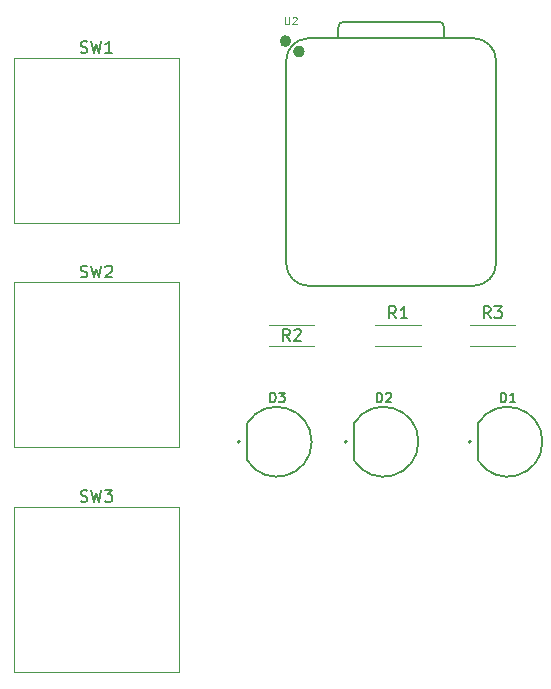
<source format=gbr>
%TF.GenerationSoftware,KiCad,Pcbnew,9.0.3*%
%TF.CreationDate,2025-07-19T14:34:55-07:00*%
%TF.ProjectId,aurorapcbworkshop,6175726f-7261-4706-9362-776f726b7368,rev?*%
%TF.SameCoordinates,Original*%
%TF.FileFunction,Legend,Top*%
%TF.FilePolarity,Positive*%
%FSLAX46Y46*%
G04 Gerber Fmt 4.6, Leading zero omitted, Abs format (unit mm)*
G04 Created by KiCad (PCBNEW 9.0.3) date 2025-07-19 14:34:55*
%MOMM*%
%LPD*%
G01*
G04 APERTURE LIST*
%ADD10C,0.101600*%
%ADD11C,0.150000*%
%ADD12C,0.127000*%
%ADD13C,0.100000*%
%ADD14C,0.504000*%
%ADD15C,0.120000*%
%ADD16C,0.200000*%
G04 APERTURE END LIST*
D10*
X176896190Y-105533479D02*
X176896190Y-106047526D01*
X176896190Y-106047526D02*
X176926428Y-106108002D01*
X176926428Y-106108002D02*
X176956666Y-106138241D01*
X176956666Y-106138241D02*
X177017142Y-106168479D01*
X177017142Y-106168479D02*
X177138095Y-106168479D01*
X177138095Y-106168479D02*
X177198571Y-106138241D01*
X177198571Y-106138241D02*
X177228809Y-106108002D01*
X177228809Y-106108002D02*
X177259047Y-106047526D01*
X177259047Y-106047526D02*
X177259047Y-105533479D01*
X177531190Y-105593955D02*
X177561428Y-105563717D01*
X177561428Y-105563717D02*
X177621904Y-105533479D01*
X177621904Y-105533479D02*
X177773095Y-105533479D01*
X177773095Y-105533479D02*
X177833571Y-105563717D01*
X177833571Y-105563717D02*
X177863809Y-105593955D01*
X177863809Y-105593955D02*
X177894047Y-105654431D01*
X177894047Y-105654431D02*
X177894047Y-105714907D01*
X177894047Y-105714907D02*
X177863809Y-105805621D01*
X177863809Y-105805621D02*
X177500952Y-106168479D01*
X177500952Y-106168479D02*
X177894047Y-106168479D01*
D11*
X159586667Y-146533200D02*
X159729524Y-146580819D01*
X159729524Y-146580819D02*
X159967619Y-146580819D01*
X159967619Y-146580819D02*
X160062857Y-146533200D01*
X160062857Y-146533200D02*
X160110476Y-146485580D01*
X160110476Y-146485580D02*
X160158095Y-146390342D01*
X160158095Y-146390342D02*
X160158095Y-146295104D01*
X160158095Y-146295104D02*
X160110476Y-146199866D01*
X160110476Y-146199866D02*
X160062857Y-146152247D01*
X160062857Y-146152247D02*
X159967619Y-146104628D01*
X159967619Y-146104628D02*
X159777143Y-146057009D01*
X159777143Y-146057009D02*
X159681905Y-146009390D01*
X159681905Y-146009390D02*
X159634286Y-145961771D01*
X159634286Y-145961771D02*
X159586667Y-145866533D01*
X159586667Y-145866533D02*
X159586667Y-145771295D01*
X159586667Y-145771295D02*
X159634286Y-145676057D01*
X159634286Y-145676057D02*
X159681905Y-145628438D01*
X159681905Y-145628438D02*
X159777143Y-145580819D01*
X159777143Y-145580819D02*
X160015238Y-145580819D01*
X160015238Y-145580819D02*
X160158095Y-145628438D01*
X160491429Y-145580819D02*
X160729524Y-146580819D01*
X160729524Y-146580819D02*
X160920000Y-145866533D01*
X160920000Y-145866533D02*
X161110476Y-146580819D01*
X161110476Y-146580819D02*
X161348572Y-145580819D01*
X161634286Y-145580819D02*
X162253333Y-145580819D01*
X162253333Y-145580819D02*
X161920000Y-145961771D01*
X161920000Y-145961771D02*
X162062857Y-145961771D01*
X162062857Y-145961771D02*
X162158095Y-146009390D01*
X162158095Y-146009390D02*
X162205714Y-146057009D01*
X162205714Y-146057009D02*
X162253333Y-146152247D01*
X162253333Y-146152247D02*
X162253333Y-146390342D01*
X162253333Y-146390342D02*
X162205714Y-146485580D01*
X162205714Y-146485580D02*
X162158095Y-146533200D01*
X162158095Y-146533200D02*
X162062857Y-146580819D01*
X162062857Y-146580819D02*
X161777143Y-146580819D01*
X161777143Y-146580819D02*
X161681905Y-146533200D01*
X161681905Y-146533200D02*
X161634286Y-146485580D01*
X159586667Y-127533200D02*
X159729524Y-127580819D01*
X159729524Y-127580819D02*
X159967619Y-127580819D01*
X159967619Y-127580819D02*
X160062857Y-127533200D01*
X160062857Y-127533200D02*
X160110476Y-127485580D01*
X160110476Y-127485580D02*
X160158095Y-127390342D01*
X160158095Y-127390342D02*
X160158095Y-127295104D01*
X160158095Y-127295104D02*
X160110476Y-127199866D01*
X160110476Y-127199866D02*
X160062857Y-127152247D01*
X160062857Y-127152247D02*
X159967619Y-127104628D01*
X159967619Y-127104628D02*
X159777143Y-127057009D01*
X159777143Y-127057009D02*
X159681905Y-127009390D01*
X159681905Y-127009390D02*
X159634286Y-126961771D01*
X159634286Y-126961771D02*
X159586667Y-126866533D01*
X159586667Y-126866533D02*
X159586667Y-126771295D01*
X159586667Y-126771295D02*
X159634286Y-126676057D01*
X159634286Y-126676057D02*
X159681905Y-126628438D01*
X159681905Y-126628438D02*
X159777143Y-126580819D01*
X159777143Y-126580819D02*
X160015238Y-126580819D01*
X160015238Y-126580819D02*
X160158095Y-126628438D01*
X160491429Y-126580819D02*
X160729524Y-127580819D01*
X160729524Y-127580819D02*
X160920000Y-126866533D01*
X160920000Y-126866533D02*
X161110476Y-127580819D01*
X161110476Y-127580819D02*
X161348572Y-126580819D01*
X161681905Y-126676057D02*
X161729524Y-126628438D01*
X161729524Y-126628438D02*
X161824762Y-126580819D01*
X161824762Y-126580819D02*
X162062857Y-126580819D01*
X162062857Y-126580819D02*
X162158095Y-126628438D01*
X162158095Y-126628438D02*
X162205714Y-126676057D01*
X162205714Y-126676057D02*
X162253333Y-126771295D01*
X162253333Y-126771295D02*
X162253333Y-126866533D01*
X162253333Y-126866533D02*
X162205714Y-127009390D01*
X162205714Y-127009390D02*
X161634286Y-127580819D01*
X161634286Y-127580819D02*
X162253333Y-127580819D01*
X194293333Y-131034819D02*
X193960000Y-130558628D01*
X193721905Y-131034819D02*
X193721905Y-130034819D01*
X193721905Y-130034819D02*
X194102857Y-130034819D01*
X194102857Y-130034819D02*
X194198095Y-130082438D01*
X194198095Y-130082438D02*
X194245714Y-130130057D01*
X194245714Y-130130057D02*
X194293333Y-130225295D01*
X194293333Y-130225295D02*
X194293333Y-130368152D01*
X194293333Y-130368152D02*
X194245714Y-130463390D01*
X194245714Y-130463390D02*
X194198095Y-130511009D01*
X194198095Y-130511009D02*
X194102857Y-130558628D01*
X194102857Y-130558628D02*
X193721905Y-130558628D01*
X194626667Y-130034819D02*
X195245714Y-130034819D01*
X195245714Y-130034819D02*
X194912381Y-130415771D01*
X194912381Y-130415771D02*
X195055238Y-130415771D01*
X195055238Y-130415771D02*
X195150476Y-130463390D01*
X195150476Y-130463390D02*
X195198095Y-130511009D01*
X195198095Y-130511009D02*
X195245714Y-130606247D01*
X195245714Y-130606247D02*
X195245714Y-130844342D01*
X195245714Y-130844342D02*
X195198095Y-130939580D01*
X195198095Y-130939580D02*
X195150476Y-130987200D01*
X195150476Y-130987200D02*
X195055238Y-131034819D01*
X195055238Y-131034819D02*
X194769524Y-131034819D01*
X194769524Y-131034819D02*
X194674286Y-130987200D01*
X194674286Y-130987200D02*
X194626667Y-130939580D01*
X177293333Y-132954819D02*
X176960000Y-132478628D01*
X176721905Y-132954819D02*
X176721905Y-131954819D01*
X176721905Y-131954819D02*
X177102857Y-131954819D01*
X177102857Y-131954819D02*
X177198095Y-132002438D01*
X177198095Y-132002438D02*
X177245714Y-132050057D01*
X177245714Y-132050057D02*
X177293333Y-132145295D01*
X177293333Y-132145295D02*
X177293333Y-132288152D01*
X177293333Y-132288152D02*
X177245714Y-132383390D01*
X177245714Y-132383390D02*
X177198095Y-132431009D01*
X177198095Y-132431009D02*
X177102857Y-132478628D01*
X177102857Y-132478628D02*
X176721905Y-132478628D01*
X177674286Y-132050057D02*
X177721905Y-132002438D01*
X177721905Y-132002438D02*
X177817143Y-131954819D01*
X177817143Y-131954819D02*
X178055238Y-131954819D01*
X178055238Y-131954819D02*
X178150476Y-132002438D01*
X178150476Y-132002438D02*
X178198095Y-132050057D01*
X178198095Y-132050057D02*
X178245714Y-132145295D01*
X178245714Y-132145295D02*
X178245714Y-132240533D01*
X178245714Y-132240533D02*
X178198095Y-132383390D01*
X178198095Y-132383390D02*
X177626667Y-132954819D01*
X177626667Y-132954819D02*
X178245714Y-132954819D01*
X186293333Y-131034819D02*
X185960000Y-130558628D01*
X185721905Y-131034819D02*
X185721905Y-130034819D01*
X185721905Y-130034819D02*
X186102857Y-130034819D01*
X186102857Y-130034819D02*
X186198095Y-130082438D01*
X186198095Y-130082438D02*
X186245714Y-130130057D01*
X186245714Y-130130057D02*
X186293333Y-130225295D01*
X186293333Y-130225295D02*
X186293333Y-130368152D01*
X186293333Y-130368152D02*
X186245714Y-130463390D01*
X186245714Y-130463390D02*
X186198095Y-130511009D01*
X186198095Y-130511009D02*
X186102857Y-130558628D01*
X186102857Y-130558628D02*
X185721905Y-130558628D01*
X187245714Y-131034819D02*
X186674286Y-131034819D01*
X186960000Y-131034819D02*
X186960000Y-130034819D01*
X186960000Y-130034819D02*
X186864762Y-130177676D01*
X186864762Y-130177676D02*
X186769524Y-130272914D01*
X186769524Y-130272914D02*
X186674286Y-130320533D01*
X175639524Y-138154295D02*
X175639524Y-137354295D01*
X175639524Y-137354295D02*
X175830000Y-137354295D01*
X175830000Y-137354295D02*
X175944286Y-137392390D01*
X175944286Y-137392390D02*
X176020476Y-137468580D01*
X176020476Y-137468580D02*
X176058571Y-137544771D01*
X176058571Y-137544771D02*
X176096667Y-137697152D01*
X176096667Y-137697152D02*
X176096667Y-137811438D01*
X176096667Y-137811438D02*
X176058571Y-137963819D01*
X176058571Y-137963819D02*
X176020476Y-138040009D01*
X176020476Y-138040009D02*
X175944286Y-138116200D01*
X175944286Y-138116200D02*
X175830000Y-138154295D01*
X175830000Y-138154295D02*
X175639524Y-138154295D01*
X176363333Y-137354295D02*
X176858571Y-137354295D01*
X176858571Y-137354295D02*
X176591905Y-137659057D01*
X176591905Y-137659057D02*
X176706190Y-137659057D01*
X176706190Y-137659057D02*
X176782381Y-137697152D01*
X176782381Y-137697152D02*
X176820476Y-137735247D01*
X176820476Y-137735247D02*
X176858571Y-137811438D01*
X176858571Y-137811438D02*
X176858571Y-138001914D01*
X176858571Y-138001914D02*
X176820476Y-138078104D01*
X176820476Y-138078104D02*
X176782381Y-138116200D01*
X176782381Y-138116200D02*
X176706190Y-138154295D01*
X176706190Y-138154295D02*
X176477619Y-138154295D01*
X176477619Y-138154295D02*
X176401428Y-138116200D01*
X176401428Y-138116200D02*
X176363333Y-138078104D01*
X184679524Y-138154295D02*
X184679524Y-137354295D01*
X184679524Y-137354295D02*
X184870000Y-137354295D01*
X184870000Y-137354295D02*
X184984286Y-137392390D01*
X184984286Y-137392390D02*
X185060476Y-137468580D01*
X185060476Y-137468580D02*
X185098571Y-137544771D01*
X185098571Y-137544771D02*
X185136667Y-137697152D01*
X185136667Y-137697152D02*
X185136667Y-137811438D01*
X185136667Y-137811438D02*
X185098571Y-137963819D01*
X185098571Y-137963819D02*
X185060476Y-138040009D01*
X185060476Y-138040009D02*
X184984286Y-138116200D01*
X184984286Y-138116200D02*
X184870000Y-138154295D01*
X184870000Y-138154295D02*
X184679524Y-138154295D01*
X185441428Y-137430485D02*
X185479524Y-137392390D01*
X185479524Y-137392390D02*
X185555714Y-137354295D01*
X185555714Y-137354295D02*
X185746190Y-137354295D01*
X185746190Y-137354295D02*
X185822381Y-137392390D01*
X185822381Y-137392390D02*
X185860476Y-137430485D01*
X185860476Y-137430485D02*
X185898571Y-137506676D01*
X185898571Y-137506676D02*
X185898571Y-137582866D01*
X185898571Y-137582866D02*
X185860476Y-137697152D01*
X185860476Y-137697152D02*
X185403333Y-138154295D01*
X185403333Y-138154295D02*
X185898571Y-138154295D01*
X195179524Y-138154295D02*
X195179524Y-137354295D01*
X195179524Y-137354295D02*
X195370000Y-137354295D01*
X195370000Y-137354295D02*
X195484286Y-137392390D01*
X195484286Y-137392390D02*
X195560476Y-137468580D01*
X195560476Y-137468580D02*
X195598571Y-137544771D01*
X195598571Y-137544771D02*
X195636667Y-137697152D01*
X195636667Y-137697152D02*
X195636667Y-137811438D01*
X195636667Y-137811438D02*
X195598571Y-137963819D01*
X195598571Y-137963819D02*
X195560476Y-138040009D01*
X195560476Y-138040009D02*
X195484286Y-138116200D01*
X195484286Y-138116200D02*
X195370000Y-138154295D01*
X195370000Y-138154295D02*
X195179524Y-138154295D01*
X196398571Y-138154295D02*
X195941428Y-138154295D01*
X196170000Y-138154295D02*
X196170000Y-137354295D01*
X196170000Y-137354295D02*
X196093809Y-137468580D01*
X196093809Y-137468580D02*
X196017619Y-137544771D01*
X196017619Y-137544771D02*
X195941428Y-137582866D01*
X159586667Y-108533200D02*
X159729524Y-108580819D01*
X159729524Y-108580819D02*
X159967619Y-108580819D01*
X159967619Y-108580819D02*
X160062857Y-108533200D01*
X160062857Y-108533200D02*
X160110476Y-108485580D01*
X160110476Y-108485580D02*
X160158095Y-108390342D01*
X160158095Y-108390342D02*
X160158095Y-108295104D01*
X160158095Y-108295104D02*
X160110476Y-108199866D01*
X160110476Y-108199866D02*
X160062857Y-108152247D01*
X160062857Y-108152247D02*
X159967619Y-108104628D01*
X159967619Y-108104628D02*
X159777143Y-108057009D01*
X159777143Y-108057009D02*
X159681905Y-108009390D01*
X159681905Y-108009390D02*
X159634286Y-107961771D01*
X159634286Y-107961771D02*
X159586667Y-107866533D01*
X159586667Y-107866533D02*
X159586667Y-107771295D01*
X159586667Y-107771295D02*
X159634286Y-107676057D01*
X159634286Y-107676057D02*
X159681905Y-107628438D01*
X159681905Y-107628438D02*
X159777143Y-107580819D01*
X159777143Y-107580819D02*
X160015238Y-107580819D01*
X160015238Y-107580819D02*
X160158095Y-107628438D01*
X160491429Y-107580819D02*
X160729524Y-108580819D01*
X160729524Y-108580819D02*
X160920000Y-107866533D01*
X160920000Y-107866533D02*
X161110476Y-108580819D01*
X161110476Y-108580819D02*
X161348572Y-107580819D01*
X162253333Y-108580819D02*
X161681905Y-108580819D01*
X161967619Y-108580819D02*
X161967619Y-107580819D01*
X161967619Y-107580819D02*
X161872381Y-107723676D01*
X161872381Y-107723676D02*
X161777143Y-107818914D01*
X161777143Y-107818914D02*
X161681905Y-107866533D01*
D12*
%TO.C,U2*%
X176990000Y-126389000D02*
X176990000Y-109244000D01*
X178895000Y-128294000D02*
X192865000Y-128294000D01*
X181385000Y-107339000D02*
X181388728Y-106428728D01*
X181888728Y-105929000D02*
X189884000Y-105929000D01*
X190384000Y-106429000D02*
X190384000Y-107339000D01*
D13*
X192865000Y-107339000D02*
X178895000Y-107339000D01*
D12*
X192865000Y-107339000D02*
X178895000Y-107339000D01*
X194770000Y-126389000D02*
X194770000Y-109244000D01*
X176990000Y-109244000D02*
G75*
G02*
X178895000Y-107339000I1905001J-1D01*
G01*
X178895000Y-128294000D02*
G75*
G02*
X176990000Y-126389000I1J1905001D01*
G01*
X181388728Y-106428728D02*
G75*
G02*
X181888728Y-105929001I500018J-291D01*
G01*
X189884000Y-105929000D02*
G75*
G02*
X190384000Y-106429000I0J-500000D01*
G01*
X192865000Y-107339000D02*
G75*
G02*
X194770000Y-109244000I0J-1905000D01*
G01*
X194770000Y-126389000D02*
G75*
G02*
X192865000Y-128294000I-1905000J0D01*
G01*
D14*
X177182000Y-107580000D02*
G75*
G02*
X176678000Y-107580000I-252000J0D01*
G01*
X176678000Y-107580000D02*
G75*
G02*
X177182000Y-107580000I252000J0D01*
G01*
X178325000Y-108460000D02*
G75*
G02*
X177821000Y-108460000I-252000J0D01*
G01*
X177821000Y-108460000D02*
G75*
G02*
X178325000Y-108460000I252000J0D01*
G01*
D15*
%TO.C,SW3*%
X153935000Y-147015000D02*
X167905000Y-147015000D01*
X153935000Y-160985000D02*
X153935000Y-147015000D01*
X167905000Y-147015000D02*
X167905000Y-160985000D01*
X167905000Y-160985000D02*
X153935000Y-160985000D01*
%TO.C,SW2*%
X153935000Y-128015000D02*
X167905000Y-128015000D01*
X153935000Y-141985000D02*
X153935000Y-128015000D01*
X167905000Y-128015000D02*
X167905000Y-141985000D01*
X167905000Y-141985000D02*
X153935000Y-141985000D01*
%TO.C,R3*%
X192540000Y-131580000D02*
X196380000Y-131580000D01*
X192540000Y-133420000D02*
X196380000Y-133420000D01*
%TO.C,R2*%
X175540000Y-131580000D02*
X179380000Y-131580000D01*
X175540000Y-133420000D02*
X179380000Y-133420000D01*
%TO.C,R1*%
X184540000Y-131580000D02*
X188380000Y-131580000D01*
X184540000Y-133420000D02*
X188380000Y-133420000D01*
D16*
%TO.C,D3*%
X173090000Y-141500000D02*
G75*
G02*
X172890000Y-141500000I-100000J0D01*
G01*
X172890000Y-141500000D02*
G75*
G02*
X173090000Y-141500000I100000J0D01*
G01*
D12*
X173690000Y-139934000D02*
X173690000Y-143066000D01*
X173690000Y-139934000D02*
G75*
G02*
X173690000Y-143066000I2506124J-1566000D01*
G01*
D16*
%TO.C,D2*%
X182130000Y-141500000D02*
G75*
G02*
X181930000Y-141500000I-100000J0D01*
G01*
X181930000Y-141500000D02*
G75*
G02*
X182130000Y-141500000I100000J0D01*
G01*
D12*
X182730000Y-139934000D02*
X182730000Y-143066000D01*
X182730000Y-139934000D02*
G75*
G02*
X182730000Y-143066000I2506124J-1566000D01*
G01*
D16*
%TO.C,D1*%
X192630000Y-141500000D02*
G75*
G02*
X192430000Y-141500000I-100000J0D01*
G01*
X192430000Y-141500000D02*
G75*
G02*
X192630000Y-141500000I100000J0D01*
G01*
D12*
X193230000Y-139934000D02*
X193230000Y-143066000D01*
X193230000Y-139934000D02*
G75*
G02*
X193230000Y-143066000I2506124J-1566000D01*
G01*
D15*
%TO.C,SW1*%
X153935000Y-109015000D02*
X167905000Y-109015000D01*
X153935000Y-122985000D02*
X153935000Y-109015000D01*
X167905000Y-109015000D02*
X167905000Y-122985000D01*
X167905000Y-122985000D02*
X153935000Y-122985000D01*
%TD*%
M02*

</source>
